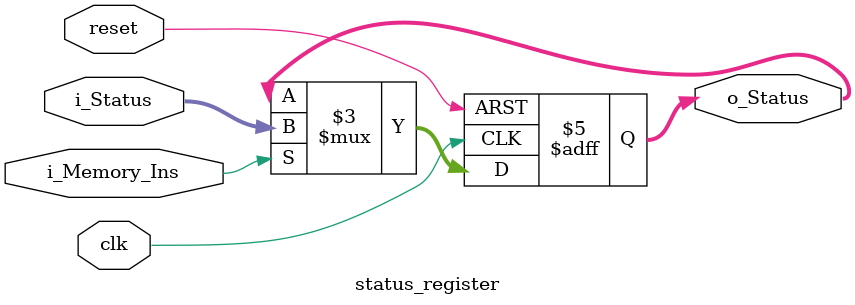
<source format=v>
module status_register (
    clk, 
    reset,
    i_Memory_Ins,
    i_Status,
    o_Status
    );

    input clk; 
    input reset;
    input i_Memory_Ins;
    input [3:0] i_Status;

    output reg [3:0] o_Status;
    
    always@(negedge clk, posedge reset)  begin
        if (reset) 
            o_Status <= 0;

        else if (i_Memory_Ins) 
            o_Status <= i_Status;

        else 
            o_Status <= o_Status;
    end
    
endmodule
</source>
